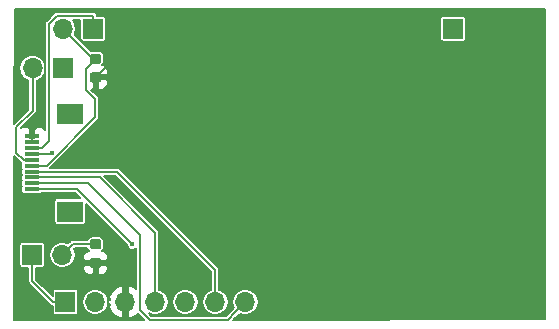
<source format=gtl>
G04 #@! TF.GenerationSoftware,KiCad,Pcbnew,5.0.2-bee76a0~70~ubuntu14.04.1*
G04 #@! TF.CreationDate,2018-12-07T19:03:52-07:00*
G04 #@! TF.ProjectId,lcd-addon,6c63642d-6164-4646-9f6e-2e6b69636164,rev?*
G04 #@! TF.SameCoordinates,Original*
G04 #@! TF.FileFunction,Copper,L1,Top*
G04 #@! TF.FilePolarity,Positive*
%FSLAX46Y46*%
G04 Gerber Fmt 4.6, Leading zero omitted, Abs format (unit mm)*
G04 Created by KiCad (PCBNEW 5.0.2-bee76a0~70~ubuntu14.04.1) date Fri 07 Dec 2018 07:03:52 PM MST*
%MOMM*%
%LPD*%
G01*
G04 APERTURE LIST*
G04 #@! TA.AperFunction,ComponentPad*
%ADD10R,1.700000X1.700000*%
G04 #@! TD*
G04 #@! TA.AperFunction,ComponentPad*
%ADD11O,1.700000X1.700000*%
G04 #@! TD*
G04 #@! TA.AperFunction,Conductor*
%ADD12C,0.100000*%
G04 #@! TD*
G04 #@! TA.AperFunction,SMDPad,CuDef*
%ADD13C,0.875000*%
G04 #@! TD*
G04 #@! TA.AperFunction,SMDPad,CuDef*
%ADD14R,2.200000X1.800000*%
G04 #@! TD*
G04 #@! TA.AperFunction,SMDPad,CuDef*
%ADD15R,1.300000X0.300000*%
G04 #@! TD*
G04 #@! TA.AperFunction,ViaPad*
%ADD16C,0.400000*%
G04 #@! TD*
G04 #@! TA.AperFunction,Conductor*
%ADD17C,0.200000*%
G04 #@! TD*
G04 #@! TA.AperFunction,Conductor*
%ADD18C,0.160000*%
G04 #@! TD*
G04 APERTURE END LIST*
D10*
G04 #@! TO.P,J2,1*
G04 #@! TO.N,vccC*
X112050000Y-98350000D03*
D11*
G04 #@! TO.P,J2,2*
G04 #@! TO.N,vcc*
X114590000Y-98350000D03*
G04 #@! TO.P,J2,3*
G04 #@! TO.N,GND*
X117130000Y-98350000D03*
G04 #@! TO.P,J2,4*
G04 #@! TO.N,008.17*
X119670000Y-98350000D03*
G04 #@! TO.P,J2,5*
G04 #@! TO.N,008.5*
X122210000Y-98350000D03*
G04 #@! TO.P,J2,6*
G04 #@! TO.N,008.3*
X124750000Y-98350000D03*
G04 #@! TO.P,J2,7*
G04 #@! TO.N,008.1*
X127290000Y-98350000D03*
G04 #@! TD*
D12*
G04 #@! TO.N,_vccC*
G04 #@! TO.C,C1*
G36*
X114877691Y-93013553D02*
X114898926Y-93016703D01*
X114919750Y-93021919D01*
X114939962Y-93029151D01*
X114959368Y-93038330D01*
X114977781Y-93049366D01*
X114995024Y-93062154D01*
X115010930Y-93076570D01*
X115025346Y-93092476D01*
X115038134Y-93109719D01*
X115049170Y-93128132D01*
X115058349Y-93147538D01*
X115065581Y-93167750D01*
X115070797Y-93188574D01*
X115073947Y-93209809D01*
X115075000Y-93231250D01*
X115075000Y-93668750D01*
X115073947Y-93690191D01*
X115070797Y-93711426D01*
X115065581Y-93732250D01*
X115058349Y-93752462D01*
X115049170Y-93771868D01*
X115038134Y-93790281D01*
X115025346Y-93807524D01*
X115010930Y-93823430D01*
X114995024Y-93837846D01*
X114977781Y-93850634D01*
X114959368Y-93861670D01*
X114939962Y-93870849D01*
X114919750Y-93878081D01*
X114898926Y-93883297D01*
X114877691Y-93886447D01*
X114856250Y-93887500D01*
X114343750Y-93887500D01*
X114322309Y-93886447D01*
X114301074Y-93883297D01*
X114280250Y-93878081D01*
X114260038Y-93870849D01*
X114240632Y-93861670D01*
X114222219Y-93850634D01*
X114204976Y-93837846D01*
X114189070Y-93823430D01*
X114174654Y-93807524D01*
X114161866Y-93790281D01*
X114150830Y-93771868D01*
X114141651Y-93752462D01*
X114134419Y-93732250D01*
X114129203Y-93711426D01*
X114126053Y-93690191D01*
X114125000Y-93668750D01*
X114125000Y-93231250D01*
X114126053Y-93209809D01*
X114129203Y-93188574D01*
X114134419Y-93167750D01*
X114141651Y-93147538D01*
X114150830Y-93128132D01*
X114161866Y-93109719D01*
X114174654Y-93092476D01*
X114189070Y-93076570D01*
X114204976Y-93062154D01*
X114222219Y-93049366D01*
X114240632Y-93038330D01*
X114260038Y-93029151D01*
X114280250Y-93021919D01*
X114301074Y-93016703D01*
X114322309Y-93013553D01*
X114343750Y-93012500D01*
X114856250Y-93012500D01*
X114877691Y-93013553D01*
X114877691Y-93013553D01*
G37*
D13*
G04 #@! TD*
G04 #@! TO.P,C1,1*
G04 #@! TO.N,_vccC*
X114600000Y-93450000D03*
D12*
G04 #@! TO.N,GND*
G04 #@! TO.C,C1*
G36*
X114877691Y-94588553D02*
X114898926Y-94591703D01*
X114919750Y-94596919D01*
X114939962Y-94604151D01*
X114959368Y-94613330D01*
X114977781Y-94624366D01*
X114995024Y-94637154D01*
X115010930Y-94651570D01*
X115025346Y-94667476D01*
X115038134Y-94684719D01*
X115049170Y-94703132D01*
X115058349Y-94722538D01*
X115065581Y-94742750D01*
X115070797Y-94763574D01*
X115073947Y-94784809D01*
X115075000Y-94806250D01*
X115075000Y-95243750D01*
X115073947Y-95265191D01*
X115070797Y-95286426D01*
X115065581Y-95307250D01*
X115058349Y-95327462D01*
X115049170Y-95346868D01*
X115038134Y-95365281D01*
X115025346Y-95382524D01*
X115010930Y-95398430D01*
X114995024Y-95412846D01*
X114977781Y-95425634D01*
X114959368Y-95436670D01*
X114939962Y-95445849D01*
X114919750Y-95453081D01*
X114898926Y-95458297D01*
X114877691Y-95461447D01*
X114856250Y-95462500D01*
X114343750Y-95462500D01*
X114322309Y-95461447D01*
X114301074Y-95458297D01*
X114280250Y-95453081D01*
X114260038Y-95445849D01*
X114240632Y-95436670D01*
X114222219Y-95425634D01*
X114204976Y-95412846D01*
X114189070Y-95398430D01*
X114174654Y-95382524D01*
X114161866Y-95365281D01*
X114150830Y-95346868D01*
X114141651Y-95327462D01*
X114134419Y-95307250D01*
X114129203Y-95286426D01*
X114126053Y-95265191D01*
X114125000Y-95243750D01*
X114125000Y-94806250D01*
X114126053Y-94784809D01*
X114129203Y-94763574D01*
X114134419Y-94742750D01*
X114141651Y-94722538D01*
X114150830Y-94703132D01*
X114161866Y-94684719D01*
X114174654Y-94667476D01*
X114189070Y-94651570D01*
X114204976Y-94637154D01*
X114222219Y-94624366D01*
X114240632Y-94613330D01*
X114260038Y-94604151D01*
X114280250Y-94596919D01*
X114301074Y-94591703D01*
X114322309Y-94588553D01*
X114343750Y-94587500D01*
X114856250Y-94587500D01*
X114877691Y-94588553D01*
X114877691Y-94588553D01*
G37*
D13*
G04 #@! TD*
G04 #@! TO.P,C1,2*
G04 #@! TO.N,GND*
X114600000Y-95025000D03*
D12*
G04 #@! TO.N,GND*
G04 #@! TO.C,C2*
G36*
X114877691Y-78888553D02*
X114898926Y-78891703D01*
X114919750Y-78896919D01*
X114939962Y-78904151D01*
X114959368Y-78913330D01*
X114977781Y-78924366D01*
X114995024Y-78937154D01*
X115010930Y-78951570D01*
X115025346Y-78967476D01*
X115038134Y-78984719D01*
X115049170Y-79003132D01*
X115058349Y-79022538D01*
X115065581Y-79042750D01*
X115070797Y-79063574D01*
X115073947Y-79084809D01*
X115075000Y-79106250D01*
X115075000Y-79543750D01*
X115073947Y-79565191D01*
X115070797Y-79586426D01*
X115065581Y-79607250D01*
X115058349Y-79627462D01*
X115049170Y-79646868D01*
X115038134Y-79665281D01*
X115025346Y-79682524D01*
X115010930Y-79698430D01*
X114995024Y-79712846D01*
X114977781Y-79725634D01*
X114959368Y-79736670D01*
X114939962Y-79745849D01*
X114919750Y-79753081D01*
X114898926Y-79758297D01*
X114877691Y-79761447D01*
X114856250Y-79762500D01*
X114343750Y-79762500D01*
X114322309Y-79761447D01*
X114301074Y-79758297D01*
X114280250Y-79753081D01*
X114260038Y-79745849D01*
X114240632Y-79736670D01*
X114222219Y-79725634D01*
X114204976Y-79712846D01*
X114189070Y-79698430D01*
X114174654Y-79682524D01*
X114161866Y-79665281D01*
X114150830Y-79646868D01*
X114141651Y-79627462D01*
X114134419Y-79607250D01*
X114129203Y-79586426D01*
X114126053Y-79565191D01*
X114125000Y-79543750D01*
X114125000Y-79106250D01*
X114126053Y-79084809D01*
X114129203Y-79063574D01*
X114134419Y-79042750D01*
X114141651Y-79022538D01*
X114150830Y-79003132D01*
X114161866Y-78984719D01*
X114174654Y-78967476D01*
X114189070Y-78951570D01*
X114204976Y-78937154D01*
X114222219Y-78924366D01*
X114240632Y-78913330D01*
X114260038Y-78904151D01*
X114280250Y-78896919D01*
X114301074Y-78891703D01*
X114322309Y-78888553D01*
X114343750Y-78887500D01*
X114856250Y-78887500D01*
X114877691Y-78888553D01*
X114877691Y-78888553D01*
G37*
D13*
G04 #@! TD*
G04 #@! TO.P,C2,2*
G04 #@! TO.N,GND*
X114600000Y-79325000D03*
D12*
G04 #@! TO.N,d13*
G04 #@! TO.C,C2*
G36*
X114877691Y-77313553D02*
X114898926Y-77316703D01*
X114919750Y-77321919D01*
X114939962Y-77329151D01*
X114959368Y-77338330D01*
X114977781Y-77349366D01*
X114995024Y-77362154D01*
X115010930Y-77376570D01*
X115025346Y-77392476D01*
X115038134Y-77409719D01*
X115049170Y-77428132D01*
X115058349Y-77447538D01*
X115065581Y-77467750D01*
X115070797Y-77488574D01*
X115073947Y-77509809D01*
X115075000Y-77531250D01*
X115075000Y-77968750D01*
X115073947Y-77990191D01*
X115070797Y-78011426D01*
X115065581Y-78032250D01*
X115058349Y-78052462D01*
X115049170Y-78071868D01*
X115038134Y-78090281D01*
X115025346Y-78107524D01*
X115010930Y-78123430D01*
X114995024Y-78137846D01*
X114977781Y-78150634D01*
X114959368Y-78161670D01*
X114939962Y-78170849D01*
X114919750Y-78178081D01*
X114898926Y-78183297D01*
X114877691Y-78186447D01*
X114856250Y-78187500D01*
X114343750Y-78187500D01*
X114322309Y-78186447D01*
X114301074Y-78183297D01*
X114280250Y-78178081D01*
X114260038Y-78170849D01*
X114240632Y-78161670D01*
X114222219Y-78150634D01*
X114204976Y-78137846D01*
X114189070Y-78123430D01*
X114174654Y-78107524D01*
X114161866Y-78090281D01*
X114150830Y-78071868D01*
X114141651Y-78052462D01*
X114134419Y-78032250D01*
X114129203Y-78011426D01*
X114126053Y-77990191D01*
X114125000Y-77968750D01*
X114125000Y-77531250D01*
X114126053Y-77509809D01*
X114129203Y-77488574D01*
X114134419Y-77467750D01*
X114141651Y-77447538D01*
X114150830Y-77428132D01*
X114161866Y-77409719D01*
X114174654Y-77392476D01*
X114189070Y-77376570D01*
X114204976Y-77362154D01*
X114222219Y-77349366D01*
X114240632Y-77338330D01*
X114260038Y-77329151D01*
X114280250Y-77321919D01*
X114301074Y-77316703D01*
X114322309Y-77313553D01*
X114343750Y-77312500D01*
X114856250Y-77312500D01*
X114877691Y-77313553D01*
X114877691Y-77313553D01*
G37*
D13*
G04 #@! TD*
G04 #@! TO.P,C2,1*
G04 #@! TO.N,d13*
X114600000Y-77750000D03*
D14*
G04 #@! TO.P,J4,MP*
G04 #@! TO.N,N/C*
X112450000Y-82400000D03*
X112450000Y-90700000D03*
D15*
G04 #@! TO.P,J4,1*
G04 #@! TO.N,008.5*
X109200000Y-88800000D03*
G04 #@! TO.P,J4,2*
G04 #@! TO.N,008.1*
X109200000Y-88300000D03*
G04 #@! TO.P,J4,3*
G04 #@! TO.N,008.17*
X109200000Y-87800000D03*
G04 #@! TO.P,J4,4*
G04 #@! TO.N,008.3*
X109200000Y-87300000D03*
G04 #@! TO.P,J4,5*
G04 #@! TO.N,d13*
X109200000Y-86800000D03*
G04 #@! TO.P,J4,6*
G04 #@! TO.N,_vcc*
X109200000Y-86300000D03*
G04 #@! TO.P,J4,7*
G04 #@! TO.N,_vccC*
X109200000Y-85800000D03*
G04 #@! TO.P,J4,8*
G04 #@! TO.N,d12*
X109200000Y-85300000D03*
G04 #@! TO.P,J4,9*
G04 #@! TO.N,GND*
X109200000Y-84800000D03*
G04 #@! TO.P,J4,10*
X109200000Y-84300000D03*
G04 #@! TD*
D10*
G04 #@! TO.P,J5,1*
G04 #@! TO.N,Net-(J5-Pad1)*
X144860000Y-75200000D03*
G04 #@! TD*
G04 #@! TO.P,J6,1*
G04 #@! TO.N,d12*
X114400000Y-75200000D03*
D11*
G04 #@! TO.P,J6,2*
G04 #@! TO.N,d13*
X111860000Y-75200000D03*
G04 #@! TD*
D10*
G04 #@! TO.P,J1,1*
G04 #@! TO.N,vccC*
X109250000Y-94350000D03*
D11*
G04 #@! TO.P,J1,2*
G04 #@! TO.N,_vccC*
X111790000Y-94350000D03*
G04 #@! TD*
G04 #@! TO.P,J8,2*
G04 #@! TO.N,_vcc*
X109260000Y-78550000D03*
D10*
G04 #@! TO.P,J8,1*
G04 #@! TO.N,vcc*
X111800000Y-78550000D03*
G04 #@! TD*
D16*
G04 #@! TO.N,GND*
X114600000Y-79325000D03*
G04 #@! TO.N,008.5*
X117700000Y-93472000D03*
G04 #@! TO.N,_vccC*
X110927359Y-85727359D03*
G04 #@! TD*
D17*
G04 #@! TO.N,GND*
X117130000Y-97555000D02*
X117130000Y-98350000D01*
X109200000Y-84300000D02*
X109200000Y-84800000D01*
X109200000Y-83950000D02*
X110337001Y-82812999D01*
X110337001Y-82812999D02*
X110337001Y-74612999D01*
X109200000Y-84300000D02*
X109200000Y-83950000D01*
X110337001Y-74612999D02*
X111250000Y-73700000D01*
X115008602Y-73700000D02*
X116100000Y-74791398D01*
X111250000Y-73700000D02*
X115008602Y-73700000D01*
X116100000Y-77825000D02*
X114600000Y-79325000D01*
X116100000Y-74791398D02*
X116100000Y-77825000D01*
G04 #@! TO.N,vccC*
X111000000Y-98350000D02*
X112050000Y-98350000D01*
X109250000Y-96600000D02*
X111000000Y-98350000D01*
X109250000Y-94350000D02*
X109250000Y-96600000D01*
G04 #@! TO.N,d12*
X110664012Y-84685988D02*
X110050000Y-85300000D01*
X114400000Y-74150000D02*
X114372999Y-74122999D01*
X114372999Y-74122999D02*
X111343039Y-74122999D01*
X111343039Y-74122999D02*
X110664012Y-74802026D01*
X114400000Y-75200000D02*
X114400000Y-74150000D01*
X110664012Y-74802026D02*
X110664012Y-84685988D01*
X110050000Y-85300000D02*
X109200000Y-85300000D01*
G04 #@! TO.N,d13*
X114410000Y-77750000D02*
X114600000Y-77750000D01*
X111860000Y-75200000D02*
X114410000Y-77750000D01*
X110458602Y-86800000D02*
X109200000Y-86800000D01*
X113777001Y-78572999D02*
X113777001Y-80377001D01*
X114600000Y-77750000D02*
X113777001Y-78572999D01*
X114550000Y-81150000D02*
X114550000Y-82708602D01*
X114550000Y-82708602D02*
X110458602Y-86800000D01*
X113777001Y-80377001D02*
X114550000Y-81150000D01*
G04 #@! TO.N,008.17*
X110050000Y-87800000D02*
X109200000Y-87800000D01*
X114978000Y-87800000D02*
X110050000Y-87800000D01*
X119670000Y-92492000D02*
X114978000Y-87800000D01*
X119670000Y-98350000D02*
X119670000Y-92492000D01*
G04 #@! TO.N,008.5*
X109200000Y-88800000D02*
X113028000Y-88800000D01*
X113028000Y-88800000D02*
X117500001Y-93272001D01*
X117500001Y-93272001D02*
X117700000Y-93472000D01*
G04 #@! TO.N,008.3*
X124750000Y-98350000D02*
X124750000Y-95650000D01*
X116400000Y-87300000D02*
X109200000Y-87300000D01*
X124750000Y-95650000D02*
X116400000Y-87300000D01*
G04 #@! TO.N,008.1*
X126440001Y-99199999D02*
X127290000Y-98350000D01*
X125788742Y-99851258D02*
X126440001Y-99199999D01*
X124708468Y-99854003D02*
X125788742Y-99851258D01*
X119190001Y-99854003D02*
X124708468Y-99854003D01*
X118350000Y-92696000D02*
X118350000Y-99014002D01*
X118350000Y-99014002D02*
X119190001Y-99854003D01*
X113954000Y-88300000D02*
X118350000Y-92696000D01*
X109200000Y-88300000D02*
X113954000Y-88300000D01*
G04 #@! TO.N,_vccC*
X112690000Y-93450000D02*
X114600000Y-93450000D01*
X111790000Y-94350000D02*
X112690000Y-93450000D01*
X109200000Y-85800000D02*
X110854718Y-85800000D01*
X110854718Y-85800000D02*
X110927359Y-85727359D01*
G04 #@! TO.N,_vcc*
X108500000Y-86300000D02*
X109200000Y-86300000D01*
X107900000Y-85700000D02*
X108500000Y-86300000D01*
X107900000Y-83550000D02*
X107900000Y-85700000D01*
X109260000Y-82190000D02*
X107900000Y-83550000D01*
X109260000Y-78550000D02*
X109260000Y-82190000D01*
G04 #@! TD*
D18*
G04 #@! TO.N,GND*
G36*
X108235907Y-86516740D02*
X108254874Y-86545126D01*
X108317797Y-86587169D01*
X108305299Y-86650000D01*
X108305299Y-86950000D01*
X108323926Y-87043643D01*
X108328174Y-87050000D01*
X108323926Y-87056357D01*
X108305299Y-87150000D01*
X108305299Y-87450000D01*
X108323926Y-87543643D01*
X108328174Y-87550000D01*
X108323926Y-87556357D01*
X108305299Y-87650000D01*
X108305299Y-87950000D01*
X108323926Y-88043643D01*
X108328174Y-88050000D01*
X108323926Y-88056357D01*
X108305299Y-88150000D01*
X108305299Y-88450000D01*
X108323926Y-88543643D01*
X108328174Y-88550000D01*
X108323926Y-88556357D01*
X108305299Y-88650000D01*
X108305299Y-88950000D01*
X108323926Y-89043643D01*
X108376970Y-89123030D01*
X108456357Y-89176074D01*
X108550000Y-89194701D01*
X109850000Y-89194701D01*
X109943643Y-89176074D01*
X109997632Y-89140000D01*
X112887169Y-89140000D01*
X113302468Y-89555299D01*
X111350000Y-89555299D01*
X111256357Y-89573926D01*
X111176970Y-89626970D01*
X111123926Y-89706357D01*
X111105299Y-89800000D01*
X111105299Y-91600000D01*
X111123926Y-91693643D01*
X111176970Y-91773030D01*
X111256357Y-91826074D01*
X111350000Y-91844701D01*
X113550000Y-91844701D01*
X113643643Y-91826074D01*
X113723030Y-91773030D01*
X113776074Y-91693643D01*
X113794701Y-91600000D01*
X113794701Y-90047532D01*
X117260000Y-93512833D01*
X117260000Y-93559521D01*
X117326986Y-93721240D01*
X117450760Y-93845014D01*
X117612479Y-93912000D01*
X117787521Y-93912000D01*
X117949240Y-93845014D01*
X118010000Y-93784254D01*
X118010001Y-97247021D01*
X117828264Y-97092896D01*
X117525158Y-96967360D01*
X117304000Y-97070780D01*
X117304000Y-98176000D01*
X117324000Y-98176000D01*
X117324000Y-98524000D01*
X117304000Y-98524000D01*
X117304000Y-99629220D01*
X117525158Y-99732640D01*
X117828264Y-99607104D01*
X118171329Y-99316162D01*
X118715324Y-99860158D01*
X107715253Y-99884307D01*
X107720393Y-93500000D01*
X108155299Y-93500000D01*
X108155299Y-95200000D01*
X108173926Y-95293643D01*
X108226970Y-95373030D01*
X108306357Y-95426074D01*
X108400000Y-95444701D01*
X108910000Y-95444701D01*
X108910001Y-96566514D01*
X108903340Y-96600000D01*
X108929729Y-96732661D01*
X109004875Y-96845126D01*
X109033263Y-96864094D01*
X110735906Y-98566738D01*
X110754874Y-98595126D01*
X110862954Y-98667342D01*
X110867339Y-98670272D01*
X110955299Y-98687768D01*
X110955299Y-99200000D01*
X110973926Y-99293643D01*
X111026970Y-99373030D01*
X111106357Y-99426074D01*
X111200000Y-99444701D01*
X112900000Y-99444701D01*
X112993643Y-99426074D01*
X113073030Y-99373030D01*
X113126074Y-99293643D01*
X113144701Y-99200000D01*
X113144701Y-98350000D01*
X113478646Y-98350000D01*
X113563243Y-98775297D01*
X113804154Y-99135846D01*
X114164703Y-99376757D01*
X114482646Y-99440000D01*
X114697354Y-99440000D01*
X115015297Y-99376757D01*
X115375846Y-99135846D01*
X115616757Y-98775297D01*
X115692000Y-98397026D01*
X115692000Y-98524002D01*
X115849551Y-98524002D01*
X115747346Y-98745160D01*
X116003815Y-99244199D01*
X116431736Y-99607104D01*
X116734842Y-99732640D01*
X116956000Y-99629220D01*
X116956000Y-98524000D01*
X116936000Y-98524000D01*
X116936000Y-98176000D01*
X116956000Y-98176000D01*
X116956000Y-97070780D01*
X116734842Y-96967360D01*
X116431736Y-97092896D01*
X116003815Y-97455801D01*
X115747346Y-97954840D01*
X115849551Y-98175998D01*
X115692000Y-98175998D01*
X115692000Y-98302974D01*
X115616757Y-97924703D01*
X115375846Y-97564154D01*
X115015297Y-97323243D01*
X114697354Y-97260000D01*
X114482646Y-97260000D01*
X114164703Y-97323243D01*
X113804154Y-97564154D01*
X113563243Y-97924703D01*
X113478646Y-98350000D01*
X113144701Y-98350000D01*
X113144701Y-97500000D01*
X113126074Y-97406357D01*
X113073030Y-97326970D01*
X112993643Y-97273926D01*
X112900000Y-97255299D01*
X111200000Y-97255299D01*
X111106357Y-97273926D01*
X111026970Y-97326970D01*
X110973926Y-97406357D01*
X110955299Y-97500000D01*
X110955299Y-97824467D01*
X109590000Y-96459169D01*
X109590000Y-95444701D01*
X110100000Y-95444701D01*
X110193643Y-95426074D01*
X110273030Y-95373030D01*
X110326074Y-95293643D01*
X110344701Y-95200000D01*
X110344701Y-94350000D01*
X110678646Y-94350000D01*
X110763243Y-94775297D01*
X111004154Y-95135846D01*
X111364703Y-95376757D01*
X111682646Y-95440000D01*
X111897354Y-95440000D01*
X112215297Y-95376757D01*
X112261328Y-95346000D01*
X113537000Y-95346000D01*
X113537000Y-95579461D01*
X113626518Y-95795576D01*
X113791925Y-95960983D01*
X114008040Y-96050500D01*
X114279000Y-96050500D01*
X114426000Y-95903500D01*
X114426000Y-95199000D01*
X114774000Y-95199000D01*
X114774000Y-95903500D01*
X114921000Y-96050500D01*
X115191960Y-96050500D01*
X115408075Y-95960983D01*
X115573482Y-95795576D01*
X115663000Y-95579461D01*
X115663000Y-95346000D01*
X115516000Y-95199000D01*
X114774000Y-95199000D01*
X114426000Y-95199000D01*
X113684000Y-95199000D01*
X113537000Y-95346000D01*
X112261328Y-95346000D01*
X112575846Y-95135846D01*
X112816757Y-94775297D01*
X112901354Y-94350000D01*
X112816757Y-93924703D01*
X112768440Y-93852392D01*
X112830833Y-93790000D01*
X113904417Y-93790000D01*
X113915577Y-93846105D01*
X114016041Y-93996459D01*
X114020592Y-93999500D01*
X114008040Y-93999500D01*
X113791925Y-94089017D01*
X113626518Y-94254424D01*
X113537000Y-94470539D01*
X113537000Y-94704000D01*
X113684000Y-94851000D01*
X114426000Y-94851000D01*
X114426000Y-94831000D01*
X114774000Y-94831000D01*
X114774000Y-94851000D01*
X115516000Y-94851000D01*
X115663000Y-94704000D01*
X115663000Y-94470539D01*
X115573482Y-94254424D01*
X115408075Y-94089017D01*
X115191960Y-93999500D01*
X115179408Y-93999500D01*
X115183959Y-93996459D01*
X115284423Y-93846105D01*
X115319701Y-93668750D01*
X115319701Y-93231250D01*
X115284423Y-93053895D01*
X115183959Y-92903541D01*
X115033605Y-92803077D01*
X114856250Y-92767799D01*
X114343750Y-92767799D01*
X114166395Y-92803077D01*
X114016041Y-92903541D01*
X113915577Y-93053895D01*
X113904417Y-93110000D01*
X112723480Y-93110000D01*
X112689999Y-93103340D01*
X112656518Y-93110000D01*
X112557339Y-93129728D01*
X112444874Y-93204874D01*
X112425908Y-93233260D01*
X112287608Y-93371560D01*
X112215297Y-93323243D01*
X111897354Y-93260000D01*
X111682646Y-93260000D01*
X111364703Y-93323243D01*
X111004154Y-93564154D01*
X110763243Y-93924703D01*
X110678646Y-94350000D01*
X110344701Y-94350000D01*
X110344701Y-93500000D01*
X110326074Y-93406357D01*
X110273030Y-93326970D01*
X110193643Y-93273926D01*
X110100000Y-93255299D01*
X108400000Y-93255299D01*
X108306357Y-93273926D01*
X108226970Y-93326970D01*
X108173926Y-93406357D01*
X108155299Y-93500000D01*
X107720393Y-93500000D01*
X107726426Y-86007257D01*
X108235907Y-86516740D01*
X108235907Y-86516740D01*
G37*
X108235907Y-86516740D02*
X108254874Y-86545126D01*
X108317797Y-86587169D01*
X108305299Y-86650000D01*
X108305299Y-86950000D01*
X108323926Y-87043643D01*
X108328174Y-87050000D01*
X108323926Y-87056357D01*
X108305299Y-87150000D01*
X108305299Y-87450000D01*
X108323926Y-87543643D01*
X108328174Y-87550000D01*
X108323926Y-87556357D01*
X108305299Y-87650000D01*
X108305299Y-87950000D01*
X108323926Y-88043643D01*
X108328174Y-88050000D01*
X108323926Y-88056357D01*
X108305299Y-88150000D01*
X108305299Y-88450000D01*
X108323926Y-88543643D01*
X108328174Y-88550000D01*
X108323926Y-88556357D01*
X108305299Y-88650000D01*
X108305299Y-88950000D01*
X108323926Y-89043643D01*
X108376970Y-89123030D01*
X108456357Y-89176074D01*
X108550000Y-89194701D01*
X109850000Y-89194701D01*
X109943643Y-89176074D01*
X109997632Y-89140000D01*
X112887169Y-89140000D01*
X113302468Y-89555299D01*
X111350000Y-89555299D01*
X111256357Y-89573926D01*
X111176970Y-89626970D01*
X111123926Y-89706357D01*
X111105299Y-89800000D01*
X111105299Y-91600000D01*
X111123926Y-91693643D01*
X111176970Y-91773030D01*
X111256357Y-91826074D01*
X111350000Y-91844701D01*
X113550000Y-91844701D01*
X113643643Y-91826074D01*
X113723030Y-91773030D01*
X113776074Y-91693643D01*
X113794701Y-91600000D01*
X113794701Y-90047532D01*
X117260000Y-93512833D01*
X117260000Y-93559521D01*
X117326986Y-93721240D01*
X117450760Y-93845014D01*
X117612479Y-93912000D01*
X117787521Y-93912000D01*
X117949240Y-93845014D01*
X118010000Y-93784254D01*
X118010001Y-97247021D01*
X117828264Y-97092896D01*
X117525158Y-96967360D01*
X117304000Y-97070780D01*
X117304000Y-98176000D01*
X117324000Y-98176000D01*
X117324000Y-98524000D01*
X117304000Y-98524000D01*
X117304000Y-99629220D01*
X117525158Y-99732640D01*
X117828264Y-99607104D01*
X118171329Y-99316162D01*
X118715324Y-99860158D01*
X107715253Y-99884307D01*
X107720393Y-93500000D01*
X108155299Y-93500000D01*
X108155299Y-95200000D01*
X108173926Y-95293643D01*
X108226970Y-95373030D01*
X108306357Y-95426074D01*
X108400000Y-95444701D01*
X108910000Y-95444701D01*
X108910001Y-96566514D01*
X108903340Y-96600000D01*
X108929729Y-96732661D01*
X109004875Y-96845126D01*
X109033263Y-96864094D01*
X110735906Y-98566738D01*
X110754874Y-98595126D01*
X110862954Y-98667342D01*
X110867339Y-98670272D01*
X110955299Y-98687768D01*
X110955299Y-99200000D01*
X110973926Y-99293643D01*
X111026970Y-99373030D01*
X111106357Y-99426074D01*
X111200000Y-99444701D01*
X112900000Y-99444701D01*
X112993643Y-99426074D01*
X113073030Y-99373030D01*
X113126074Y-99293643D01*
X113144701Y-99200000D01*
X113144701Y-98350000D01*
X113478646Y-98350000D01*
X113563243Y-98775297D01*
X113804154Y-99135846D01*
X114164703Y-99376757D01*
X114482646Y-99440000D01*
X114697354Y-99440000D01*
X115015297Y-99376757D01*
X115375846Y-99135846D01*
X115616757Y-98775297D01*
X115692000Y-98397026D01*
X115692000Y-98524002D01*
X115849551Y-98524002D01*
X115747346Y-98745160D01*
X116003815Y-99244199D01*
X116431736Y-99607104D01*
X116734842Y-99732640D01*
X116956000Y-99629220D01*
X116956000Y-98524000D01*
X116936000Y-98524000D01*
X116936000Y-98176000D01*
X116956000Y-98176000D01*
X116956000Y-97070780D01*
X116734842Y-96967360D01*
X116431736Y-97092896D01*
X116003815Y-97455801D01*
X115747346Y-97954840D01*
X115849551Y-98175998D01*
X115692000Y-98175998D01*
X115692000Y-98302974D01*
X115616757Y-97924703D01*
X115375846Y-97564154D01*
X115015297Y-97323243D01*
X114697354Y-97260000D01*
X114482646Y-97260000D01*
X114164703Y-97323243D01*
X113804154Y-97564154D01*
X113563243Y-97924703D01*
X113478646Y-98350000D01*
X113144701Y-98350000D01*
X113144701Y-97500000D01*
X113126074Y-97406357D01*
X113073030Y-97326970D01*
X112993643Y-97273926D01*
X112900000Y-97255299D01*
X111200000Y-97255299D01*
X111106357Y-97273926D01*
X111026970Y-97326970D01*
X110973926Y-97406357D01*
X110955299Y-97500000D01*
X110955299Y-97824467D01*
X109590000Y-96459169D01*
X109590000Y-95444701D01*
X110100000Y-95444701D01*
X110193643Y-95426074D01*
X110273030Y-95373030D01*
X110326074Y-95293643D01*
X110344701Y-95200000D01*
X110344701Y-94350000D01*
X110678646Y-94350000D01*
X110763243Y-94775297D01*
X111004154Y-95135846D01*
X111364703Y-95376757D01*
X111682646Y-95440000D01*
X111897354Y-95440000D01*
X112215297Y-95376757D01*
X112261328Y-95346000D01*
X113537000Y-95346000D01*
X113537000Y-95579461D01*
X113626518Y-95795576D01*
X113791925Y-95960983D01*
X114008040Y-96050500D01*
X114279000Y-96050500D01*
X114426000Y-95903500D01*
X114426000Y-95199000D01*
X114774000Y-95199000D01*
X114774000Y-95903500D01*
X114921000Y-96050500D01*
X115191960Y-96050500D01*
X115408075Y-95960983D01*
X115573482Y-95795576D01*
X115663000Y-95579461D01*
X115663000Y-95346000D01*
X115516000Y-95199000D01*
X114774000Y-95199000D01*
X114426000Y-95199000D01*
X113684000Y-95199000D01*
X113537000Y-95346000D01*
X112261328Y-95346000D01*
X112575846Y-95135846D01*
X112816757Y-94775297D01*
X112901354Y-94350000D01*
X112816757Y-93924703D01*
X112768440Y-93852392D01*
X112830833Y-93790000D01*
X113904417Y-93790000D01*
X113915577Y-93846105D01*
X114016041Y-93996459D01*
X114020592Y-93999500D01*
X114008040Y-93999500D01*
X113791925Y-94089017D01*
X113626518Y-94254424D01*
X113537000Y-94470539D01*
X113537000Y-94704000D01*
X113684000Y-94851000D01*
X114426000Y-94851000D01*
X114426000Y-94831000D01*
X114774000Y-94831000D01*
X114774000Y-94851000D01*
X115516000Y-94851000D01*
X115663000Y-94704000D01*
X115663000Y-94470539D01*
X115573482Y-94254424D01*
X115408075Y-94089017D01*
X115191960Y-93999500D01*
X115179408Y-93999500D01*
X115183959Y-93996459D01*
X115284423Y-93846105D01*
X115319701Y-93668750D01*
X115319701Y-93231250D01*
X115284423Y-93053895D01*
X115183959Y-92903541D01*
X115033605Y-92803077D01*
X114856250Y-92767799D01*
X114343750Y-92767799D01*
X114166395Y-92803077D01*
X114016041Y-92903541D01*
X113915577Y-93053895D01*
X113904417Y-93110000D01*
X112723480Y-93110000D01*
X112689999Y-93103340D01*
X112656518Y-93110000D01*
X112557339Y-93129728D01*
X112444874Y-93204874D01*
X112425908Y-93233260D01*
X112287608Y-93371560D01*
X112215297Y-93323243D01*
X111897354Y-93260000D01*
X111682646Y-93260000D01*
X111364703Y-93323243D01*
X111004154Y-93564154D01*
X110763243Y-93924703D01*
X110678646Y-94350000D01*
X110344701Y-94350000D01*
X110344701Y-93500000D01*
X110326074Y-93406357D01*
X110273030Y-93326970D01*
X110193643Y-93273926D01*
X110100000Y-93255299D01*
X108400000Y-93255299D01*
X108306357Y-93273926D01*
X108226970Y-93326970D01*
X108173926Y-93406357D01*
X108155299Y-93500000D01*
X107720393Y-93500000D01*
X107726426Y-86007257D01*
X108235907Y-86516740D01*
G36*
X152623928Y-99785715D02*
X126277275Y-99843556D01*
X126704092Y-99416741D01*
X126704096Y-99416735D01*
X126792391Y-99328440D01*
X126864703Y-99376757D01*
X127182646Y-99440000D01*
X127397354Y-99440000D01*
X127715297Y-99376757D01*
X128075846Y-99135846D01*
X128316757Y-98775297D01*
X128401354Y-98350000D01*
X128316757Y-97924703D01*
X128075846Y-97564154D01*
X127715297Y-97323243D01*
X127397354Y-97260000D01*
X127182646Y-97260000D01*
X126864703Y-97323243D01*
X126504154Y-97564154D01*
X126263243Y-97924703D01*
X126178646Y-98350000D01*
X126263243Y-98775297D01*
X126311560Y-98847609D01*
X126223265Y-98935904D01*
X126223259Y-98935908D01*
X125647552Y-99511617D01*
X124708363Y-99514003D01*
X119330833Y-99514003D01*
X119090655Y-99273826D01*
X119244703Y-99376757D01*
X119562646Y-99440000D01*
X119777354Y-99440000D01*
X120095297Y-99376757D01*
X120455846Y-99135846D01*
X120696757Y-98775297D01*
X120781354Y-98350000D01*
X121098646Y-98350000D01*
X121183243Y-98775297D01*
X121424154Y-99135846D01*
X121784703Y-99376757D01*
X122102646Y-99440000D01*
X122317354Y-99440000D01*
X122635297Y-99376757D01*
X122995846Y-99135846D01*
X123236757Y-98775297D01*
X123321354Y-98350000D01*
X123236757Y-97924703D01*
X122995846Y-97564154D01*
X122635297Y-97323243D01*
X122317354Y-97260000D01*
X122102646Y-97260000D01*
X121784703Y-97323243D01*
X121424154Y-97564154D01*
X121183243Y-97924703D01*
X121098646Y-98350000D01*
X120781354Y-98350000D01*
X120696757Y-97924703D01*
X120455846Y-97564154D01*
X120095297Y-97323243D01*
X120010000Y-97306276D01*
X120010000Y-92525480D01*
X120016660Y-92491999D01*
X120008480Y-92450875D01*
X119990272Y-92359339D01*
X119915126Y-92246874D01*
X119886738Y-92227906D01*
X115298831Y-87640000D01*
X116259169Y-87640000D01*
X124410001Y-95790834D01*
X124410000Y-97306276D01*
X124324703Y-97323243D01*
X123964154Y-97564154D01*
X123723243Y-97924703D01*
X123638646Y-98350000D01*
X123723243Y-98775297D01*
X123964154Y-99135846D01*
X124324703Y-99376757D01*
X124642646Y-99440000D01*
X124857354Y-99440000D01*
X125175297Y-99376757D01*
X125535846Y-99135846D01*
X125776757Y-98775297D01*
X125861354Y-98350000D01*
X125776757Y-97924703D01*
X125535846Y-97564154D01*
X125175297Y-97323243D01*
X125090000Y-97306276D01*
X125090000Y-95683480D01*
X125096660Y-95649999D01*
X125082629Y-95579461D01*
X125070272Y-95517339D01*
X124995126Y-95404874D01*
X124966741Y-95385908D01*
X116664096Y-87083265D01*
X116645126Y-87054874D01*
X116532661Y-86979728D01*
X116433482Y-86960000D01*
X116433481Y-86960000D01*
X116400000Y-86953340D01*
X116366519Y-86960000D01*
X110779433Y-86960000D01*
X114766738Y-82972696D01*
X114795126Y-82953728D01*
X114870272Y-82841263D01*
X114890000Y-82742084D01*
X114896660Y-82708602D01*
X114890000Y-82675120D01*
X114890000Y-81183482D01*
X114896660Y-81150000D01*
X114870272Y-81017339D01*
X114814091Y-80933259D01*
X114795125Y-80904874D01*
X114766740Y-80885908D01*
X114231331Y-80350500D01*
X114279000Y-80350500D01*
X114426000Y-80203500D01*
X114426000Y-79499000D01*
X114774000Y-79499000D01*
X114774000Y-80203500D01*
X114921000Y-80350500D01*
X115191960Y-80350500D01*
X115408075Y-80260983D01*
X115573482Y-80095576D01*
X115663000Y-79879461D01*
X115663000Y-79646000D01*
X115516000Y-79499000D01*
X114774000Y-79499000D01*
X114426000Y-79499000D01*
X114406000Y-79499000D01*
X114406000Y-79151000D01*
X114426000Y-79151000D01*
X114426000Y-79131000D01*
X114774000Y-79131000D01*
X114774000Y-79151000D01*
X115516000Y-79151000D01*
X115663000Y-79004000D01*
X115663000Y-78770539D01*
X115573482Y-78554424D01*
X115408075Y-78389017D01*
X115191960Y-78299500D01*
X115179408Y-78299500D01*
X115183959Y-78296459D01*
X115284423Y-78146105D01*
X115319701Y-77968750D01*
X115319701Y-77531250D01*
X115284423Y-77353895D01*
X115183959Y-77203541D01*
X115033605Y-77103077D01*
X114856250Y-77067799D01*
X114343750Y-77067799D01*
X114231048Y-77090217D01*
X112838440Y-75697609D01*
X112886757Y-75625297D01*
X112971354Y-75200000D01*
X112886757Y-74774703D01*
X112678483Y-74462999D01*
X113305299Y-74462999D01*
X113305299Y-76050000D01*
X113323926Y-76143643D01*
X113376970Y-76223030D01*
X113456357Y-76276074D01*
X113550000Y-76294701D01*
X115250000Y-76294701D01*
X115343643Y-76276074D01*
X115423030Y-76223030D01*
X115476074Y-76143643D01*
X115494701Y-76050000D01*
X115494701Y-74350000D01*
X143765299Y-74350000D01*
X143765299Y-76050000D01*
X143783926Y-76143643D01*
X143836970Y-76223030D01*
X143916357Y-76276074D01*
X144010000Y-76294701D01*
X145710000Y-76294701D01*
X145803643Y-76276074D01*
X145883030Y-76223030D01*
X145936074Y-76143643D01*
X145954701Y-76050000D01*
X145954701Y-74350000D01*
X145936074Y-74256357D01*
X145883030Y-74176970D01*
X145803643Y-74123926D01*
X145710000Y-74105299D01*
X144010000Y-74105299D01*
X143916357Y-74123926D01*
X143836970Y-74176970D01*
X143783926Y-74256357D01*
X143765299Y-74350000D01*
X115494701Y-74350000D01*
X115476074Y-74256357D01*
X115423030Y-74176970D01*
X115343643Y-74123926D01*
X115250000Y-74105299D01*
X114737768Y-74105299D01*
X114720272Y-74017339D01*
X114645126Y-73904874D01*
X114628940Y-73894059D01*
X114618125Y-73877873D01*
X114505660Y-73802727D01*
X114406481Y-73782999D01*
X114406480Y-73782999D01*
X114372999Y-73776339D01*
X114339518Y-73782999D01*
X111376519Y-73782999D01*
X111343038Y-73776339D01*
X111309557Y-73782999D01*
X111210378Y-73802727D01*
X111097913Y-73877873D01*
X111078947Y-73906259D01*
X110447275Y-74537932D01*
X110418886Y-74556901D01*
X110343740Y-74669366D01*
X110324012Y-74768544D01*
X110317352Y-74802026D01*
X110324012Y-74835507D01*
X110324012Y-78311998D01*
X110286757Y-78124703D01*
X110045846Y-77764154D01*
X109685297Y-77523243D01*
X109367354Y-77460000D01*
X109152646Y-77460000D01*
X108834703Y-77523243D01*
X108474154Y-77764154D01*
X108233243Y-78124703D01*
X108148646Y-78550000D01*
X108233243Y-78975297D01*
X108474154Y-79335846D01*
X108834703Y-79576757D01*
X108920000Y-79593724D01*
X108920001Y-82049166D01*
X107728653Y-83240516D01*
X107736440Y-73568241D01*
X152634889Y-73515371D01*
X152623928Y-99785715D01*
X152623928Y-99785715D01*
G37*
X152623928Y-99785715D02*
X126277275Y-99843556D01*
X126704092Y-99416741D01*
X126704096Y-99416735D01*
X126792391Y-99328440D01*
X126864703Y-99376757D01*
X127182646Y-99440000D01*
X127397354Y-99440000D01*
X127715297Y-99376757D01*
X128075846Y-99135846D01*
X128316757Y-98775297D01*
X128401354Y-98350000D01*
X128316757Y-97924703D01*
X128075846Y-97564154D01*
X127715297Y-97323243D01*
X127397354Y-97260000D01*
X127182646Y-97260000D01*
X126864703Y-97323243D01*
X126504154Y-97564154D01*
X126263243Y-97924703D01*
X126178646Y-98350000D01*
X126263243Y-98775297D01*
X126311560Y-98847609D01*
X126223265Y-98935904D01*
X126223259Y-98935908D01*
X125647552Y-99511617D01*
X124708363Y-99514003D01*
X119330833Y-99514003D01*
X119090655Y-99273826D01*
X119244703Y-99376757D01*
X119562646Y-99440000D01*
X119777354Y-99440000D01*
X120095297Y-99376757D01*
X120455846Y-99135846D01*
X120696757Y-98775297D01*
X120781354Y-98350000D01*
X121098646Y-98350000D01*
X121183243Y-98775297D01*
X121424154Y-99135846D01*
X121784703Y-99376757D01*
X122102646Y-99440000D01*
X122317354Y-99440000D01*
X122635297Y-99376757D01*
X122995846Y-99135846D01*
X123236757Y-98775297D01*
X123321354Y-98350000D01*
X123236757Y-97924703D01*
X122995846Y-97564154D01*
X122635297Y-97323243D01*
X122317354Y-97260000D01*
X122102646Y-97260000D01*
X121784703Y-97323243D01*
X121424154Y-97564154D01*
X121183243Y-97924703D01*
X121098646Y-98350000D01*
X120781354Y-98350000D01*
X120696757Y-97924703D01*
X120455846Y-97564154D01*
X120095297Y-97323243D01*
X120010000Y-97306276D01*
X120010000Y-92525480D01*
X120016660Y-92491999D01*
X120008480Y-92450875D01*
X119990272Y-92359339D01*
X119915126Y-92246874D01*
X119886738Y-92227906D01*
X115298831Y-87640000D01*
X116259169Y-87640000D01*
X124410001Y-95790834D01*
X124410000Y-97306276D01*
X124324703Y-97323243D01*
X123964154Y-97564154D01*
X123723243Y-97924703D01*
X123638646Y-98350000D01*
X123723243Y-98775297D01*
X123964154Y-99135846D01*
X124324703Y-99376757D01*
X124642646Y-99440000D01*
X124857354Y-99440000D01*
X125175297Y-99376757D01*
X125535846Y-99135846D01*
X125776757Y-98775297D01*
X125861354Y-98350000D01*
X125776757Y-97924703D01*
X125535846Y-97564154D01*
X125175297Y-97323243D01*
X125090000Y-97306276D01*
X125090000Y-95683480D01*
X125096660Y-95649999D01*
X125082629Y-95579461D01*
X125070272Y-95517339D01*
X124995126Y-95404874D01*
X124966741Y-95385908D01*
X116664096Y-87083265D01*
X116645126Y-87054874D01*
X116532661Y-86979728D01*
X116433482Y-86960000D01*
X116433481Y-86960000D01*
X116400000Y-86953340D01*
X116366519Y-86960000D01*
X110779433Y-86960000D01*
X114766738Y-82972696D01*
X114795126Y-82953728D01*
X114870272Y-82841263D01*
X114890000Y-82742084D01*
X114896660Y-82708602D01*
X114890000Y-82675120D01*
X114890000Y-81183482D01*
X114896660Y-81150000D01*
X114870272Y-81017339D01*
X114814091Y-80933259D01*
X114795125Y-80904874D01*
X114766740Y-80885908D01*
X114231331Y-80350500D01*
X114279000Y-80350500D01*
X114426000Y-80203500D01*
X114426000Y-79499000D01*
X114774000Y-79499000D01*
X114774000Y-80203500D01*
X114921000Y-80350500D01*
X115191960Y-80350500D01*
X115408075Y-80260983D01*
X115573482Y-80095576D01*
X115663000Y-79879461D01*
X115663000Y-79646000D01*
X115516000Y-79499000D01*
X114774000Y-79499000D01*
X114426000Y-79499000D01*
X114406000Y-79499000D01*
X114406000Y-79151000D01*
X114426000Y-79151000D01*
X114426000Y-79131000D01*
X114774000Y-79131000D01*
X114774000Y-79151000D01*
X115516000Y-79151000D01*
X115663000Y-79004000D01*
X115663000Y-78770539D01*
X115573482Y-78554424D01*
X115408075Y-78389017D01*
X115191960Y-78299500D01*
X115179408Y-78299500D01*
X115183959Y-78296459D01*
X115284423Y-78146105D01*
X115319701Y-77968750D01*
X115319701Y-77531250D01*
X115284423Y-77353895D01*
X115183959Y-77203541D01*
X115033605Y-77103077D01*
X114856250Y-77067799D01*
X114343750Y-77067799D01*
X114231048Y-77090217D01*
X112838440Y-75697609D01*
X112886757Y-75625297D01*
X112971354Y-75200000D01*
X112886757Y-74774703D01*
X112678483Y-74462999D01*
X113305299Y-74462999D01*
X113305299Y-76050000D01*
X113323926Y-76143643D01*
X113376970Y-76223030D01*
X113456357Y-76276074D01*
X113550000Y-76294701D01*
X115250000Y-76294701D01*
X115343643Y-76276074D01*
X115423030Y-76223030D01*
X115476074Y-76143643D01*
X115494701Y-76050000D01*
X115494701Y-74350000D01*
X143765299Y-74350000D01*
X143765299Y-76050000D01*
X143783926Y-76143643D01*
X143836970Y-76223030D01*
X143916357Y-76276074D01*
X144010000Y-76294701D01*
X145710000Y-76294701D01*
X145803643Y-76276074D01*
X145883030Y-76223030D01*
X145936074Y-76143643D01*
X145954701Y-76050000D01*
X145954701Y-74350000D01*
X145936074Y-74256357D01*
X145883030Y-74176970D01*
X145803643Y-74123926D01*
X145710000Y-74105299D01*
X144010000Y-74105299D01*
X143916357Y-74123926D01*
X143836970Y-74176970D01*
X143783926Y-74256357D01*
X143765299Y-74350000D01*
X115494701Y-74350000D01*
X115476074Y-74256357D01*
X115423030Y-74176970D01*
X115343643Y-74123926D01*
X115250000Y-74105299D01*
X114737768Y-74105299D01*
X114720272Y-74017339D01*
X114645126Y-73904874D01*
X114628940Y-73894059D01*
X114618125Y-73877873D01*
X114505660Y-73802727D01*
X114406481Y-73782999D01*
X114406480Y-73782999D01*
X114372999Y-73776339D01*
X114339518Y-73782999D01*
X111376519Y-73782999D01*
X111343038Y-73776339D01*
X111309557Y-73782999D01*
X111210378Y-73802727D01*
X111097913Y-73877873D01*
X111078947Y-73906259D01*
X110447275Y-74537932D01*
X110418886Y-74556901D01*
X110343740Y-74669366D01*
X110324012Y-74768544D01*
X110317352Y-74802026D01*
X110324012Y-74835507D01*
X110324012Y-78311998D01*
X110286757Y-78124703D01*
X110045846Y-77764154D01*
X109685297Y-77523243D01*
X109367354Y-77460000D01*
X109152646Y-77460000D01*
X108834703Y-77523243D01*
X108474154Y-77764154D01*
X108233243Y-78124703D01*
X108148646Y-78550000D01*
X108233243Y-78975297D01*
X108474154Y-79335846D01*
X108834703Y-79576757D01*
X108920000Y-79593724D01*
X108920001Y-82049166D01*
X107728653Y-83240516D01*
X107736440Y-73568241D01*
X152634889Y-73515371D01*
X152623928Y-99785715D01*
G36*
X110324013Y-83792455D02*
X110183075Y-83651517D01*
X109966960Y-83562000D01*
X109521000Y-83562000D01*
X109374000Y-83709000D01*
X109374000Y-84450000D01*
X109026000Y-84450000D01*
X109026000Y-83709000D01*
X108879000Y-83562000D01*
X108433040Y-83562000D01*
X108323430Y-83607402D01*
X109476741Y-82454092D01*
X109505126Y-82435126D01*
X109580272Y-82322661D01*
X109600000Y-82223482D01*
X109606660Y-82190001D01*
X109600000Y-82156520D01*
X109600000Y-79593724D01*
X109685297Y-79576757D01*
X110045846Y-79335846D01*
X110286757Y-78975297D01*
X110324012Y-78788002D01*
X110324013Y-83792455D01*
X110324013Y-83792455D01*
G37*
X110324013Y-83792455D02*
X110183075Y-83651517D01*
X109966960Y-83562000D01*
X109521000Y-83562000D01*
X109374000Y-83709000D01*
X109374000Y-84450000D01*
X109026000Y-84450000D01*
X109026000Y-83709000D01*
X108879000Y-83562000D01*
X108433040Y-83562000D01*
X108323430Y-83607402D01*
X109476741Y-82454092D01*
X109505126Y-82435126D01*
X109580272Y-82322661D01*
X109600000Y-82223482D01*
X109606660Y-82190001D01*
X109600000Y-82156520D01*
X109600000Y-79593724D01*
X109685297Y-79576757D01*
X110045846Y-79335846D01*
X110286757Y-78975297D01*
X110324012Y-78788002D01*
X110324013Y-83792455D01*
G04 #@! TD*
M02*

</source>
